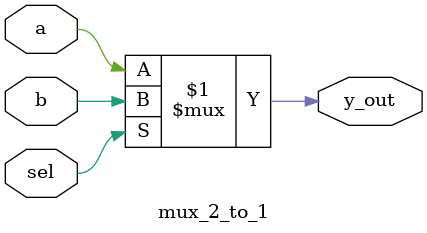
<source format=v>
module mux_2_to_1(
    input a,b,
    input sel,
    output y_out    
    );
    assign y_out= sel ? b : a;
endmodule
</source>
